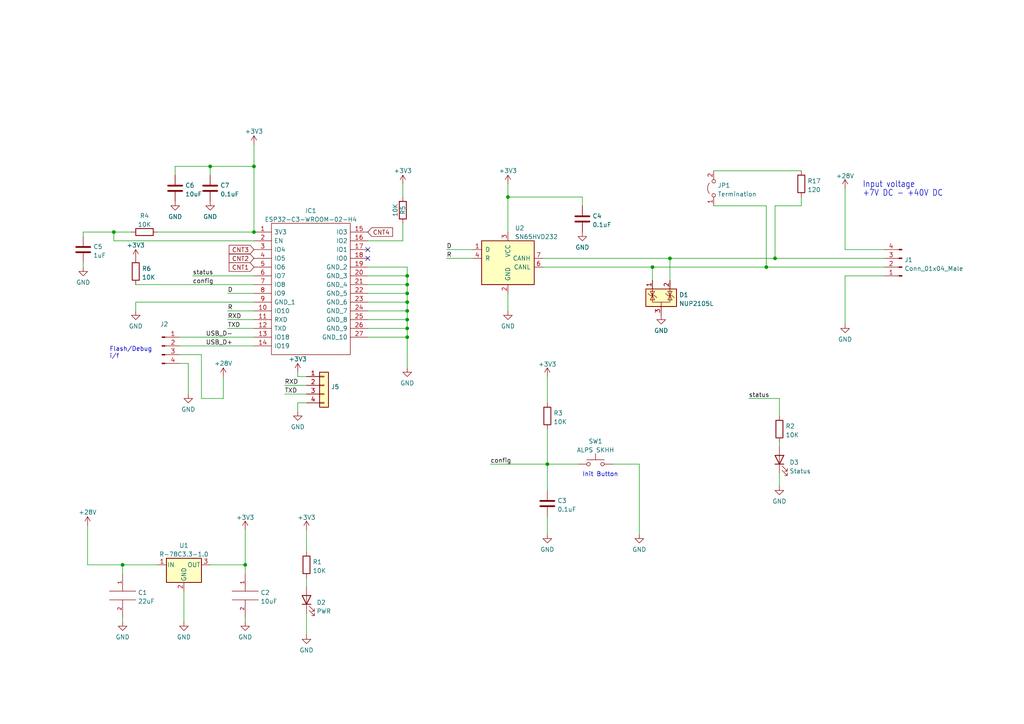
<source format=kicad_sch>
(kicad_sch (version 20211123) (generator eeschema)
  (paper "A4")
  (title_block (title "Accra version 32C3") (date "2022-06-09") (rev "B") (company "Grodans Paradis AB") (comment 1 "VSCP A/D module with CAN/EWifi and BLE communication") (comment 2 "https://www.vscp.org"))
  (lib_symbols
    (symbol "Connector:Conn_01x04_Male" (pin_names (offset 1.016) hide)
      (property "Reference" "J" (at 0 5.08 0))
      (property "Value" "Conn_01x04_Male" (at 0 -7.62 0))
      (symbol "Conn_01x04_Male_1_1"
        (polyline (pts (xy 1.27 -5.08) (xy 0.8636 -5.08)) (stroke (width 0.1524)))
        (polyline (pts (xy 1.27 -2.54) (xy 0.8636 -2.54)) (stroke (width 0.1524)))
        (polyline (pts (xy 1.27 0) (xy 0.8636 0)) (stroke (width 0.1524)))
        (polyline (pts (xy 1.27 2.54) (xy 0.8636 2.54)) (stroke (width 0.1524)))
        (rectangle (start 0.8636 -4.953) (end 0 -5.207) (stroke (width 0.1524)) (fill (type outline)))
        (rectangle (start 0.8636 -2.413) (end 0 -2.667) (stroke (width 0.1524)) (fill (type outline)))
        (rectangle (start 0.8636 0.127) (end 0 -0.127) (stroke (width 0.1524)) (fill (type outline)))
        (rectangle (start 0.8636 2.667) (end 0 2.413) (stroke (width 0.1524)) (fill (type outline)))
        (pin passive line (at 5.08 2.54 180) (length 3.81) (name "Pin_1") (number "1"))
        (pin passive line (at 5.08 0 180) (length 3.81) (name "Pin_2") (number "2"))
        (pin passive line (at 5.08 -2.54 180) (length 3.81) (name "Pin_3") (number "3"))
        (pin passive line (at 5.08 -5.08 180) (length 3.81) (name "Pin_4") (number "4"))
      )
    )
    (symbol "Connector_Generic:Conn_01x04" (pin_names (offset 1.016) hide)
      (property "Reference" "J" (at 0 5.08 0))
      (property "Value" "Conn_01x04" (at 0 -7.62 0))
      (symbol "Conn_01x04_1_1"
        (rectangle (start -1.27 -4.953) (end 0 -5.207) (stroke (width 0.1524)))
        (rectangle (start -1.27 -2.413) (end 0 -2.667) (stroke (width 0.1524)))
        (rectangle (start -1.27 0.127) (end 0 -0.127) (stroke (width 0.1524)))
        (rectangle (start -1.27 2.667) (end 0 2.413) (stroke (width 0.1524)))
        (rectangle (start -1.27 3.81) (end 1.27 -6.35) (stroke (width 0.254)) (fill (type background)))
        (pin passive line (at -5.08 2.54 0) (length 3.81) (name "Pin_1") (number "1"))
        (pin passive line (at -5.08 0 0) (length 3.81) (name "Pin_2") (number "2"))
        (pin passive line (at -5.08 -2.54 0) (length 3.81) (name "Pin_3") (number "3"))
        (pin passive line (at -5.08 -5.08 0) (length 3.81) (name "Pin_4") (number "4"))
      )
    )
    (symbol "Device:C" (pin_numbers hide) (pin_names (offset 0.254))
      (property "Reference" "C" (at 0.635 2.54 0))
      (property "Value" "C" (at 0.635 -2.54 0))
      (symbol "C_0_1"
        (polyline (pts (xy -2.032 -0.762) (xy 2.032 -0.762)) (stroke (width 0.508)))
        (polyline (pts (xy -2.032 0.762) (xy 2.032 0.762)) (stroke (width 0.508)))
      )
      (symbol "C_1_1"
        (pin passive line (at 0 3.81 270) (length 2.794) (name "~") (number "1"))
        (pin passive line (at 0 -3.81 90) (length 2.794) (name "~") (number "2"))
      )
    )
    (symbol "Device:LED" (pin_numbers hide) (pin_names (offset 1.016) hide)
      (property "Reference" "D" (at 0 2.54 0))
      (property "Value" "LED" (at 0 -2.54 0))
      (symbol "LED_0_1"
        (polyline (pts (xy -1.27 -1.27) (xy -1.27 1.27)) (stroke (width 0.254)))
        (polyline (pts (xy -1.27 0) (xy 1.27 0)))
        (polyline (pts (xy 1.27 -1.27) (xy 1.27 1.27) (xy -1.27 0) (xy 1.27 -1.27)) (stroke (width 0.254)))
        (polyline (pts (xy -3.048 -0.762) (xy -4.572 -2.286) (xy -3.81 -2.286) (xy -4.572 -2.286) (xy -4.572 -1.524)))
        (polyline (pts (xy -1.778 -0.762) (xy -3.302 -2.286) (xy -2.54 -2.286) (xy -3.302 -2.286) (xy -3.302 -1.524)))
      )
      (symbol "LED_1_1"
        (pin passive line (at -3.81 0 0) (length 2.54) (name "K") (number "1"))
        (pin passive line (at 3.81 0 180) (length 2.54) (name "A") (number "2"))
      )
    )
    (symbol "Device:R" (pin_numbers hide) (pin_names (offset 0))
      (property "Reference" "R" (at 2.032 0 90))
      (property "Value" "R" (at 0 0 90))
      (symbol "R_0_1"
        (rectangle (start -1.016 -2.54) (end 1.016 2.54) (stroke (width 0.254)))
      )
      (symbol "R_1_1"
        (pin passive line (at 0 3.81 270) (length 1.27) (name "~") (number "1"))
        (pin passive line (at 0 -3.81 90) (length 1.27) (name "~") (number "2"))
      )
    )
    (symbol "ESP32-C3-WROOM-02-H4:ESP32-C3-WROOM-02-H4" (pin_names (offset 0.762))
      (property "Reference" "IC" (at 29.21 7.62 0))
      (property "Value" "ESP32-C3-WROOM-02-H4" (at 29.21 5.08 0))
      (symbol "ESP32-C3-WROOM-02-H4_0_0"
        (pin passive line (at 0 0 0) (length 5.08) (name "3V3") (number "1"))
        (pin passive line (at 0 -22.86 0) (length 5.08) (name "IO10") (number "10"))
        (pin passive line (at 0 -25.4 0) (length 5.08) (name "RXD") (number "11"))
        (pin passive line (at 0 -27.94 0) (length 5.08) (name "TXD") (number "12"))
        (pin passive line (at 0 -30.48 0) (length 5.08) (name "IO18") (number "13"))
        (pin passive line (at 0 -33.02 0) (length 5.08) (name "IO19") (number "14"))
        (pin passive line (at 33.02 0 180) (length 5.08) (name "IO3") (number "15"))
        (pin passive line (at 33.02 -2.54 180) (length 5.08) (name "IO2") (number "16"))
        (pin passive line (at 33.02 -5.08 180) (length 5.08) (name "IO1") (number "17"))
        (pin passive line (at 33.02 -7.62 180) (length 5.08) (name "IO0") (number "18"))
        (pin passive line (at 33.02 -10.16 180) (length 5.08) (name "GND_2") (number "19"))
        (pin passive line (at 0 -2.54 0) (length 5.08) (name "EN") (number "2"))
        (pin passive line (at 33.02 -12.7 180) (length 5.08) (name "GND_3") (number "20"))
        (pin passive line (at 33.02 -15.24 180) (length 5.08) (name "GND_4") (number "21"))
        (pin passive line (at 33.02 -17.78 180) (length 5.08) (name "GND_5") (number "22"))
        (pin passive line (at 33.02 -20.32 180) (length 5.08) (name "GND_6") (number "23"))
        (pin passive line (at 33.02 -22.86 180) (length 5.08) (name "GND_7") (number "24"))
        (pin passive line (at 33.02 -25.4 180) (length 5.08) (name "GND_8") (number "25"))
        (pin passive line (at 33.02 -27.94 180) (length 5.08) (name "GND_9") (number "26"))
        (pin passive line (at 33.02 -30.48 180) (length 5.08) (name "GND_10") (number "27"))
        (pin passive line (at 0 -5.08 0) (length 5.08) (name "IO4") (number "3"))
        (pin passive line (at 0 -7.62 0) (length 5.08) (name "IO5") (number "4"))
        (pin passive line (at 0 -10.16 0) (length 5.08) (name "IO6") (number "5"))
        (pin passive line (at 0 -12.7 0) (length 5.08) (name "IO7") (number "6"))
        (pin passive line (at 0 -15.24 0) (length 5.08) (name "IO8") (number "7"))
        (pin passive line (at 0 -17.78 0) (length 5.08) (name "IO9") (number "8"))
        (pin passive line (at 0 -20.32 0) (length 5.08) (name "GND_1") (number "9"))
      )
      (symbol "ESP32-C3-WROOM-02-H4_0_1"
        (polyline (pts (xy 5.08 2.54) (xy 27.94 2.54) (xy 27.94 -35.56) (xy 5.08 -35.56) (xy 5.08 2.54)) (stroke (width 0.1524)))
      )
    )
    (symbol "Interface_CAN_LIN:SN65HVD232" (pin_names (offset 1.016))
      (property "Reference" "U" (at -2.54 10.16 0))
      (property "Value" "SN65HVD232" (at -2.54 7.62 0))
      (symbol "SN65HVD232_0_1"
        (rectangle (start -7.62 5.08) (end 7.62 -7.62) (stroke (width 0.254)) (fill (type background)))
      )
      (symbol "SN65HVD232_1_1"
        (pin input line (at -10.16 2.54 0) (length 2.54) (name "D") (number "1"))
        (pin power_in line (at 0 -10.16 90) (length 2.54) (name "GND") (number "2"))
        (pin power_in line (at 0 7.62 270) (length 2.54) (name "VCC") (number "3"))
        (pin output line (at -10.16 0 0) (length 2.54) (name "R") (number "4"))
        (pin no_connect line (at -10.16 -2.54 0) (length 2.54) hide (name "NC") (number "5"))
        (pin bidirectional line (at 10.16 -2.54 180) (length 2.54) (name "CANL") (number "6"))
        (pin bidirectional line (at 10.16 0 180) (length 2.54) (name "CANH") (number "7"))
        (pin no_connect line (at -10.16 -5.08 0) (length 2.54) hide (name "NC") (number "8"))
      )
    )
    (symbol "Jumper:Jumper_2_Open" (pin_names (offset 0) hide)
      (property "Reference" "JP" (at 0 2.794 0))
      (property "Value" "Jumper_2_Open" (at 0 -2.286 0))
      (symbol "Jumper_2_Open_0_0"
        (circle (center -2.032 0) (radius 0.508))
        (circle (center 2.032 0) (radius 0.508))
      )
      (symbol "Jumper_2_Open_0_1"
        (arc (start 1.524 1.27) (mid 0 1.778) (end -1.524 1.27))
      )
      (symbol "Jumper_2_Open_1_1"
        (pin passive line (at -5.08 0 0) (length 2.54) (name "A") (number "1"))
        (pin passive line (at 5.08 0 180) (length 2.54) (name "B") (number "2"))
      )
    )
    (symbol "Power_Protection:NUP2105L" (pin_names hide)
      (property "Reference" "D" (at 5.715 2.54 0))
      (property "Value" "NUP2105L" (at 5.715 0.635 0))
      (symbol "NUP2105L_0_0"
        (pin passive line (at 0 -5.08 90) (length 2.54) (name "A") (number "3"))
      )
      (symbol "NUP2105L_0_1"
        (rectangle (start -4.445 2.54) (end 4.445 -2.54) (stroke (width 0.254)) (fill (type background)))
        (polyline (pts (xy -2.54 2.54) (xy -2.54 0.635)))
        (polyline (pts (xy 0 -1.27) (xy 0 -2.54)))
        (polyline (pts (xy 2.54 2.54) (xy 2.54 0.635)))
        (polyline (pts (xy -3.81 1.27) (xy -3.175 0.635) (xy -1.905 0.635) (xy -1.27 0)))
        (polyline (pts (xy -2.54 0.635) (xy -2.54 -1.27) (xy 2.54 -1.27) (xy 2.54 0.635)))
        (polyline (pts (xy -2.54 0.635) (xy -1.905 -0.635) (xy -3.175 -0.635) (xy -2.54 0.635)))
        (polyline (pts (xy 2.54 0.635) (xy 1.905 -0.635) (xy 3.175 -0.635) (xy 2.54 0.635)))
        (polyline (pts (xy 2.54 0.635) (xy 3.175 1.905) (xy 1.905 1.905) (xy 2.54 0.635)))
        (polyline (pts (xy -2.54 0.635) (xy -3.175 1.905) (xy -1.905 1.905) (xy -2.54 0.635) (xy -2.54 1.27)))
        (polyline (pts (xy 1.27 1.27) (xy 1.905 0.635) (xy 2.54 0.635) (xy 3.175 0.635) (xy 3.81 0)))
      )
      (symbol "NUP2105L_1_1"
        (pin passive line (at -2.54 5.08 270) (length 2.54) (name "K") (number "1"))
        (pin passive line (at 2.54 5.08 270) (length 2.54) (name "K") (number "2"))
      )
    )
    (symbol "Regulator_Switching:R-78C3.3-1.0" (pin_names (offset 0.254))
      (property "Reference" "U" (at -3.81 3.175 0))
      (property "Value" "R-78C3.3-1.0" (at 0 3.175 0))
      (symbol "R-78C3.3-1.0_0_1"
        (rectangle (start -5.08 1.905) (end 5.08 -5.08) (stroke (width 0.254)) (fill (type background)))
      )
      (symbol "R-78C3.3-1.0_1_1"
        (pin power_in line (at -7.62 0 0) (length 2.54) (name "IN") (number "1"))
        (pin power_in line (at 0 -7.62 90) (length 2.54) (name "GND") (number "2"))
        (pin power_out line (at 7.62 0 180) (length 2.54) (name "OUT") (number "3"))
      )
    )
    (symbol "Switch:SW_Push" (pin_numbers hide) (pin_names (offset 1.016) hide)
      (property "Reference" "SW" (at 1.27 2.54 0))
      (property "Value" "SW_Push" (at 0 -1.524 0))
      (symbol "SW_Push_0_1"
        (circle (center -2.032 0) (radius 0.508))
        (polyline (pts (xy 0 1.27) (xy 0 3.048)))
        (polyline (pts (xy 2.54 1.27) (xy -2.54 1.27)))
        (circle (center 2.032 0) (radius 0.508))
        (pin passive line (at -5.08 0 0) (length 2.54) (name "1") (number "1"))
        (pin passive line (at 5.08 0 180) (length 2.54) (name "2") (number "2"))
      )
    )
    (symbol "power:+28V" (power) (pin_names (offset 0))
      (property "Value" "+28V" (at 0 3.81 0))
      (symbol "+28V_0_1"
        (polyline (pts (xy -0.762 1.27) (xy 0 2.54)))
        (polyline (pts (xy 0 0) (xy 0 2.54)))
        (polyline (pts (xy 0 2.54) (xy 0.762 1.27)))
      )
      (symbol "+28V_1_1"
        (pin power_in line (at 0 0 90) (length 0) hide (name "+28V") (number "1"))
      )
    )
    (symbol "power:+3.3V" (power) (pin_names (offset 0))
      (property "Value" "+3.3V" (at 0 3.556 0))
      (symbol "+3.3V_0_1"
        (polyline (pts (xy -0.762 1.27) (xy 0 2.54)))
        (polyline (pts (xy 0 0) (xy 0 2.54)))
        (polyline (pts (xy 0 2.54) (xy 0.762 1.27)))
      )
      (symbol "+3.3V_1_1"
        (pin power_in line (at 0 0 90) (length 0) hide (name "+3V3") (number "1"))
      )
    )
    (symbol "power:GND" (power) (pin_names (offset 0))
      (property "Value" "GND" (at 0 -3.81 0))
      (symbol "GND_0_1"
        (polyline (pts (xy 0 0) (xy 0 -1.27) (xy 1.27 -1.27) (xy 0 -2.54) (xy -1.27 -1.27) (xy 0 -1.27)))
      )
      (symbol "GND_1_1"
        (pin power_in line (at 0 0 270) (length 0) hide (name "GND") (number "1"))
      )
    )
    (symbol "pspice:CAP" (pin_names (offset 0.254))
      (property "Reference" "C" (at 2.54 3.81 90))
      (property "Value" "CAP" (at 2.54 -3.81 90))
      (symbol "CAP_0_1"
        (polyline (pts (xy -3.81 -1.27) (xy 3.81 -1.27)))
        (polyline (pts (xy -3.81 1.27) (xy 3.81 1.27)))
      )
      (symbol "CAP_1_1"
        (pin passive line (at 0 6.35 270) (length 5.08) (name "~") (number "1"))
        (pin passive line (at 0 -6.35 90) (length 5.08) (name "~") (number "2"))
      )
    )
  )
  (junction (at 118.11 85.09))
  (junction (at 118.11 87.63))
  (junction (at 118.11 90.17))
  (junction (at 147.32 57.15))
  (junction (at 35.56 163.83))
  (junction (at 118.11 82.55))
  (junction (at 222.25 77.47))
  (junction (at 224.79 74.93))
  (junction (at 118.11 92.71))
  (junction (at 33.02 67.31))
  (junction (at 118.11 80.01))
  (junction (at 118.11 95.25))
  (junction (at 73.66 48.26))
  (junction (at 158.75 134.62))
  (junction (at 194.31 74.93))
  (junction (at 118.11 97.79))
  (junction (at 71.12 163.83))
  (junction (at 73.66 67.31))
  (junction (at 189.23 77.47))
  (junction (at 60.96 48.26))
  (no_connect (at 106.68 74.93))
  (no_connect (at 106.68 72.39))
  (wire (pts (xy 38.1 67.31) (xy 33.02 67.31)))
  (wire (pts (xy 207.01 49.53) (xy 232.41 49.53)))
  (wire (pts (xy 35.56 179.07) (xy 35.56 180.34)))
  (wire (pts (xy 50.8 50.8) (xy 50.8 48.26)))
  (wire (pts (xy 106.68 69.85) (xy 116.84 69.85)))
  (wire (pts (xy 147.32 57.15) (xy 147.32 67.31)))
  (wire (pts (xy 224.79 74.93) (xy 256.54 74.93)))
  (wire (pts (xy 82.55 114.3) (xy 88.9 114.3)))
  (wire (pts (xy 168.91 59.69) (xy 168.91 57.15)))
  (wire (pts (xy 116.84 69.85) (xy 116.84 64.77)))
  (wire (pts (xy 52.07 97.79) (xy 73.66 97.79)))
  (wire (pts (xy 39.37 87.63) (xy 39.37 90.17)))
  (wire (pts (xy 147.32 85.09) (xy 147.32 90.17)))
  (wire (pts (xy 73.66 87.63) (xy 39.37 87.63)))
  (wire (pts (xy 33.02 67.31) (xy 24.13 67.31)))
  (wire (pts (xy 106.68 92.71) (xy 118.11 92.71)))
  (wire (pts (xy 71.12 153.67) (xy 71.12 163.83)))
  (wire (pts (xy 189.23 77.47) (xy 189.23 81.28)))
  (wire (pts (xy 226.06 128.27) (xy 226.06 129.54)))
  (wire (pts (xy 39.37 82.55) (xy 73.66 82.55)))
  (wire (pts (xy 222.25 59.69) (xy 222.25 77.47)))
  (wire (pts (xy 106.68 82.55) (xy 118.11 82.55)))
  (wire (pts (xy 24.13 67.31) (xy 24.13 68.58)))
  (wire (pts (xy 232.41 57.15) (xy 232.41 59.69)))
  (wire (pts (xy 158.75 149.86) (xy 158.75 154.94)))
  (wire (pts (xy 52.07 102.87) (xy 58.42 102.87)))
  (wire (pts (xy 118.11 87.63) (xy 118.11 90.17)))
  (wire (pts (xy 256.54 80.01) (xy 245.11 80.01)))
  (wire (pts (xy 25.4 152.4) (xy 25.4 163.83)))
  (wire (pts (xy 60.96 48.26) (xy 73.66 48.26)))
  (wire (pts (xy 106.68 90.17) (xy 118.11 90.17)))
  (wire (pts (xy 194.31 74.93) (xy 224.79 74.93)))
  (wire (pts (xy 66.04 92.71) (xy 73.66 92.71)))
  (wire (pts (xy 207.01 59.69) (xy 222.25 59.69)))
  (wire (pts (xy 147.32 57.15) (xy 168.91 57.15)))
  (wire (pts (xy 54.61 105.41) (xy 54.61 114.3)))
  (wire (pts (xy 158.75 124.46) (xy 158.75 134.62)))
  (wire (pts (xy 118.11 80.01) (xy 118.11 82.55)))
  (wire (pts (xy 52.07 100.33) (xy 73.66 100.33)))
  (wire (pts (xy 118.11 95.25) (xy 118.11 97.79)))
  (wire (pts (xy 50.8 48.26) (xy 60.96 48.26)))
  (wire (pts (xy 45.72 67.31) (xy 73.66 67.31)))
  (wire (pts (xy 106.68 80.01) (xy 118.11 80.01)))
  (wire (pts (xy 256.54 72.39) (xy 245.11 72.39)))
  (wire (pts (xy 189.23 77.47) (xy 222.25 77.47)))
  (wire (pts (xy 71.12 163.83) (xy 71.12 166.37)))
  (wire (pts (xy 245.11 54.61) (xy 245.11 72.39)))
  (wire (pts (xy 66.04 95.25) (xy 73.66 95.25)))
  (wire (pts (xy 158.75 134.62) (xy 167.64 134.62)))
  (wire (pts (xy 116.84 53.34) (xy 116.84 57.15)))
  (wire (pts (xy 222.25 77.47) (xy 256.54 77.47)))
  (wire (pts (xy 106.68 95.25) (xy 118.11 95.25)))
  (wire (pts (xy 35.56 163.83) (xy 45.72 163.83)))
  (wire (pts (xy 71.12 179.07) (xy 71.12 180.34)))
  (wire (pts (xy 58.42 102.87) (xy 58.42 115.57)))
  (wire (pts (xy 185.42 134.62) (xy 185.42 154.94)))
  (wire (pts (xy 73.66 67.31) (xy 73.66 48.26)))
  (wire (pts (xy 177.8 134.62) (xy 185.42 134.62)))
  (wire (pts (xy 118.11 90.17) (xy 118.11 92.71)))
  (wire (pts (xy 73.66 69.85) (xy 33.02 69.85)))
  (wire (pts (xy 106.68 87.63) (xy 118.11 87.63)))
  (wire (pts (xy 226.06 137.16) (xy 226.06 140.97)))
  (wire (pts (xy 55.88 80.01) (xy 73.66 80.01)))
  (wire (pts (xy 52.07 105.41) (xy 54.61 105.41)))
  (wire (pts (xy 118.11 77.47) (xy 118.11 80.01)))
  (wire (pts (xy 118.11 82.55) (xy 118.11 85.09)))
  (wire (pts (xy 217.17 115.57) (xy 226.06 115.57)))
  (wire (pts (xy 129.54 74.93) (xy 137.16 74.93)))
  (wire (pts (xy 157.48 77.47) (xy 189.23 77.47)))
  (wire (pts (xy 86.36 109.22) (xy 86.36 107.95)))
  (wire (pts (xy 245.11 80.01) (xy 245.11 93.98)))
  (wire (pts (xy 86.36 116.84) (xy 88.9 116.84)))
  (wire (pts (xy 118.11 97.79) (xy 118.11 106.68)))
  (wire (pts (xy 33.02 69.85) (xy 33.02 67.31)))
  (wire (pts (xy 224.79 59.69) (xy 232.41 59.69)))
  (wire (pts (xy 106.68 97.79) (xy 118.11 97.79)))
  (wire (pts (xy 194.31 81.28) (xy 194.31 74.93)))
  (wire (pts (xy 224.79 59.69) (xy 224.79 74.93)))
  (wire (pts (xy 88.9 177.8) (xy 88.9 184.15)))
  (wire (pts (xy 106.68 77.47) (xy 118.11 77.47)))
  (wire (pts (xy 157.48 74.93) (xy 194.31 74.93)))
  (wire (pts (xy 88.9 167.64) (xy 88.9 170.18)))
  (wire (pts (xy 129.54 72.39) (xy 137.16 72.39)))
  (wire (pts (xy 158.75 134.62) (xy 158.75 142.24)))
  (wire (pts (xy 35.56 163.83) (xy 35.56 166.37)))
  (wire (pts (xy 25.4 163.83) (xy 35.56 163.83)))
  (wire (pts (xy 118.11 85.09) (xy 118.11 87.63)))
  (wire (pts (xy 82.55 111.76) (xy 88.9 111.76)))
  (wire (pts (xy 60.96 50.8) (xy 60.96 48.26)))
  (wire (pts (xy 88.9 153.67) (xy 88.9 160.02)))
  (wire (pts (xy 88.9 109.22) (xy 86.36 109.22)))
  (wire (pts (xy 64.77 109.22) (xy 64.77 115.57)))
  (wire (pts (xy 86.36 119.38) (xy 86.36 116.84)))
  (wire (pts (xy 53.34 171.45) (xy 53.34 180.34)))
  (wire (pts (xy 158.75 109.22) (xy 158.75 116.84)))
  (wire (pts (xy 66.04 85.09) (xy 73.66 85.09)))
  (wire (pts (xy 58.42 115.57) (xy 64.77 115.57)))
  (wire (pts (xy 118.11 92.71) (xy 118.11 95.25)))
  (wire (pts (xy 24.13 76.2) (xy 24.13 77.47)))
  (wire (pts (xy 142.24 134.62) (xy 158.75 134.62)))
  (wire (pts (xy 226.06 115.57) (xy 226.06 120.65)))
  (wire (pts (xy 147.32 53.34) (xy 147.32 57.15)))
  (wire (pts (xy 73.66 41.91) (xy 73.66 48.26)))
  (wire (pts (xy 66.04 90.17) (xy 73.66 90.17)))
  (wire (pts (xy 106.68 85.09) (xy 118.11 85.09)))
  (wire (pts (xy 60.96 163.83) (xy 71.12 163.83)))
  (text "Init Button" (at 168.91 138.43 0) (effects (font (size 1.27 1.27)) (justify left bottom)))
  (text "Flash/Debug \ni/f\n" (at 31.75 104.14 0) (effects (font (size 1.27 1.27)) (justify left bottom)))
  (text "A" (at -3.81 260.35 180) (effects (font (size 1.778 1.5113)) (justify left bottom)))
  (text "+7V DC - +40V DC" (at 250.19 57.15 180) (effects (font (size 1.778 1.5113)) (justify left bottom)))
  (text "Input voltage" (at 250.19 54.61 180) (effects (font (size 1.778 1.5113)) (justify left bottom)))
  (label "D" (at 129.54 72.39 0))
  (label "TXD" (at 82.55 114.3 0))
  (label "TXD" (at 66.04 95.25 0))
  (label "config" (at 55.88 82.55 0))
  (label "config" (at 142.24 134.62 0))
  (label "R" (at 66.04 90.17 0))
  (label "USB_D+" (at 59.69 100.33 0))
  (label "RXD" (at 82.55 111.76 0))
  (label "RXD" (at 66.04 92.71 0))
  (label "status" (at 55.88 80.01 0))
  (label "D" (at 66.04 85.09 0))
  (label "USB_D-" (at 59.69 97.79 0))
  (label "status" (at 217.17 115.57 0))
  (label "R" (at 129.54 74.93 0))
  (global_label "CNT1" (shape input) (at 73.66 77.47 180) (property "Intersheet References" "${INTERSHEET_REFS}" (at 66.4693 77.3906 0) (effects (justify right))))
  (global_label "CNT4" (shape input) (at 106.68 67.31 0) (property "Intersheet References" "${INTERSHEET_REFS}" (at 113.8707 67.2306 0) (effects (justify left))))
  (global_label "CNT2" (shape input) (at 73.66 74.93 180) (property "Intersheet References" "${INTERSHEET_REFS}" (at 66.4693 74.8506 0) (effects (justify right))))
  (global_label "CNT3" (shape input) (at 73.66 72.39 180) (property "Intersheet References" "${INTERSHEET_REFS}" (at 66.4693 72.3106 0) (effects (justify right))))
  (symbol (lib_id "Device:R") (at 226.06 124.46 0) (unit 1)
    (property "Reference" "R2" (at 227.838 123.6253 0) (effects (justify left)))
    (property "Value" "10K" (at 227.838 126.1622 0) (effects (justify left)))
    (property "Footprint" "Resistor_SMD:R_0805_2012Metric" (effects hide))
  )
  (symbol (lib_id "Device:LED") (at 226.06 133.35 90) (unit 1)
    (property "Reference" "D3" (at 228.981 134.1028 90) (effects (justify right)))
    (property "Value" "Status" (at 228.981 136.6397 90) (effects (justify right)))
    (property "Footprint" "LED_SMD:LED_0805_2012Metric" (effects hide))
  )
  (symbol (lib_id "Device:C") (at 50.8 54.61 0) (unit 1)
    (property "Reference" "C6" (at 53.721 53.7753 0) (effects (justify left)))
    (property "Value" "10uF" (at 53.721 56.3122 0) (effects (justify left)))
    (property "Footprint" "Capacitor_SMD:C_0805_2012Metric" (effects hide))
  )
  (symbol (lib_id "Device:R") (at 41.91 67.31 90) (unit 1)
    (property "Reference" "R4" (at 41.91 62.5942 90))
    (property "Value" "10K" (at 41.91 65.1311 90))
    (property "Footprint" "Resistor_SMD:R_0805_2012Metric" (effects hide))
  )
  (symbol (lib_id "power:+3.3V") (at 116.84 53.34 0) (unit 1)
    (property "Reference" "#PWR0116" (effects hide))
    (property "Value" "+3.3V" (at 116.84 49.53 0))
  )
  (symbol (lib_id "power:GND") (at 158.75 154.94 0) (unit 1)
    (property "Reference" "#PWR0119" (effects hide))
    (property "Value" "GND" (at 158.75 159.3834 0))
  )
  (symbol (lib_id "power:GND") (at 86.36 119.38 0) (unit 1)
    (property "Reference" "#PWR0134" (effects hide))
    (property "Value" "GND" (at 86.36 123.8234 0))
  )
  (symbol (lib_id "Device:R") (at 116.84 60.96 180) (unit 1)
    (property "Reference" "R5" (at 116.84 60.96 90))
    (property "Value" "10K" (at 114.6611 60.96 90))
    (property "Footprint" "Resistor_SMD:R_0805_2012Metric" (effects hide))
  )
  (symbol (lib_id "Jumper:Jumper_2_Open") (at 207.01 54.61 90) (unit 1)
    (property "Reference" "JP1" (at 208.153 53.7753 90) (effects (justify right)))
    (property "Value" "Termination" (at 208.153 56.3122 90) (effects (justify right)))
    (property "Footprint" "Connector_PinHeader_2.54mm:PinHeader_1x02_P2.54mm_Vertical" (effects hide))
  )
  (symbol (lib_id "power:GND") (at 168.91 67.31 0) (unit 1)
    (property "Reference" "#PWR0127" (effects hide))
    (property "Value" "GND" (at 168.91 71.7534 0))
  )
  (symbol (lib_id "Connector_Generic:Conn_01x04") (at 93.98 111.76 0) (unit 1)
    (property "Reference" "J5" (at 96.012 112.1953 0) (effects (justify left)))
    (property "Value" "Conn_01x04" (effects hide))
    (property "Footprint" "Connector_Molex:Molex_KK-254_AE-6410-04A_1x04_P2.54mm_Vertical" (effects hide))
  )
  (symbol (lib_id "Device:C") (at 158.75 146.05 0) (unit 1)
    (property "Reference" "C3" (at 161.671 145.2153 0) (effects (justify left)))
    (property "Value" "0.1uF" (at 161.671 147.7522 0) (effects (justify left)))
    (property "Footprint" "Capacitor_SMD:C_0805_2012Metric" (effects hide))
  )
  (symbol (lib_id "power:+3.3V") (at 158.75 109.22 0) (unit 1)
    (property "Reference" "#PWR0102" (effects hide))
    (property "Value" "+3.3V" (at 158.75 105.6442 0))
  )
  (symbol (lib_id "power:GND") (at 226.06 140.97 0) (unit 1)
    (property "Reference" "#PWR0124" (effects hide))
    (property "Value" "GND" (at 226.06 145.4134 0))
  )
  (symbol (lib_id "power:GND") (at 39.37 90.17 0) (unit 1)
    (property "Reference" "#PWR0125" (effects hide))
    (property "Value" "GND" (at 39.37 94.6134 0))
  )
  (symbol (lib_id "power:GND") (at 245.11 93.98 0) (unit 1)
    (property "Reference" "#PWR0121" (effects hide))
    (property "Value" "GND" (at 245.11 98.4234 0))
  )
  (symbol (lib_id "power:+28V") (at 64.77 109.22 0) (unit 1)
    (property "Reference" "#PWR0117" (effects hide))
    (property "Value" "+28V" (at 64.77 105.41 0))
  )
  (symbol (lib_id "pspice:CAP") (at 71.12 172.72 0) (unit 1)
    (property "Reference" "C2" (at 75.565 171.8853 0) (effects (justify left)))
    (property "Value" "10uF" (at 75.565 174.4222 0) (effects (justify left)))
    (property "Footprint" "Capacitor_SMD:C_0805_2012Metric_Pad1.18x1.45mm_HandSolder" (effects hide))
  )
  (symbol (lib_id "power:GND") (at 191.77 91.44 0) (unit 1)
    (property "Reference" "#PWR0120" (effects hide))
    (property "Value" "GND" (at 191.77 95.8834 0))
  )
  (symbol (lib_id "power:GND") (at 54.61 114.3 0) (unit 1)
    (property "Reference" "#PWR0122" (effects hide))
    (property "Value" "GND" (at 54.61 118.7434 0))
  )
  (symbol (lib_id "Power_Protection:NUP2105L") (at 191.77 86.36 0) (unit 1)
    (property "Reference" "D1" (at 196.977 85.5253 0) (effects (justify left)))
    (property "Value" "NUP2105L" (at 196.977 88.0622 0) (effects (justify left)))
    (property "Footprint" "Package_TO_SOT_SMD:SOT-23" (effects hide))
    (property "Datasheet" "http://www.onsemi.com/pub_link/Collateral/NUP2105L-D.PDF" (effects hide))
  )
  (symbol (lib_id "Interface_CAN_LIN:SN65HVD232") (at 147.32 74.93 0) (unit 1)
    (property "Reference" "U2" (at 149.3394 66.1502 0) (effects (justify left)))
    (property "Value" "SN65HVD232" (at 149.3394 68.6871 0) (effects (justify left)))
    (property "Footprint" "Package_SO:SOIC-8_3.9x4.9mm_P1.27mm" (effects hide))
    (property "Datasheet" "http://www.ti.com/lit/ds/symlink/sn65hvd230.pdf" (effects hide))
  )
  (symbol (lib_id "power:+3.3V") (at 147.32 53.34 0) (unit 1)
    (property "Reference" "#PWR0123" (effects hide))
    (property "Value" "+3.3V" (at 147.32 49.53 0))
  )
  (symbol (lib_id "Device:LED") (at 88.9 173.99 90) (unit 1)
    (property "Reference" "D2" (at 91.821 174.7428 90) (effects (justify right)))
    (property "Value" "PWR" (at 91.821 177.2797 90) (effects (justify right)))
    (property "Footprint" "LED_SMD:LED_0805_2012Metric" (effects hide))
  )
  (symbol (lib_id "Connector:Conn_01x04_Male") (at 46.99 100.33 0) (unit 1)
    (property "Reference" "J2" (at 47.625 94.014 0))
    (property "Value" "Conn_01x04_Male" (effects hide))
    (property "Footprint" "Connector_PinHeader_2.54mm:PinHeader_1x04_P2.54mm_Vertical" (effects hide))
  )
  (symbol (lib_id "power:GND") (at 24.13 77.47 0) (unit 1)
    (property "Reference" "#PWR0105" (effects hide))
    (property "Value" "GND" (at 24.13 81.9134 0))
  )
  (symbol (lib_id "Device:R") (at 232.41 53.34 0) (unit 1)
    (property "Reference" "R17" (at 234.188 52.5053 0) (effects (justify left)))
    (property "Value" "120" (at 234.188 55.0422 0) (effects (justify left)))
    (property "Footprint" "Resistor_SMD:R_0805_2012Metric" (effects hide))
  )
  (symbol (lib_id "power:+28V") (at 245.11 54.61 0) (unit 1)
    (property "Reference" "#PWR0113" (effects hide))
    (property "Value" "+28V" (at 245.11 51.0342 0))
  )
  (symbol (lib_id "power:+28V") (at 25.4 152.4 0) (unit 1)
    (property "Reference" "#PWR0112" (effects hide))
    (property "Value" "+28V" (at 25.4 148.59 0))
  )
  (symbol (lib_id "power:GND") (at 88.9 184.15 0) (unit 1)
    (property "Reference" "#PWR0111" (effects hide))
    (property "Value" "GND" (at 88.9 188.5934 0))
  )
  (symbol (lib_id "power:+3.3V") (at 86.36 107.95 0) (unit 1)
    (property "Reference" "#PWR0135" (effects hide))
    (property "Value" "+3.3V" (at 86.36 104.14 0))
  )
  (symbol (lib_id "power:GND") (at 185.42 154.94 0) (unit 1)
    (property "Reference" "#PWR0118" (effects hide))
    (property "Value" "GND" (at 185.42 159.3834 0))
  )
  (symbol (lib_id "Switch:SW_Push") (at 172.72 134.62 0) (unit 1)
    (property "Reference" "SW1" (at 172.72 127.9992 0))
    (property "Value" "ALPS SKHH" (at 172.72 130.5361 0))
    (property "Footprint" "Button_Switch_THT:SW_Tactile_SPST_Angled_PTS645Vx31-2LFS" (effects hide))
  )
  (symbol (lib_id "power:GND") (at 147.32 90.17 0) (unit 1)
    (property "Reference" "#PWR0101" (effects hide))
    (property "Value" "GND" (at 147.32 94.6134 0))
  )
  (symbol (lib_id "Device:R") (at 39.37 78.74 180) (unit 1)
    (property "Reference" "R6" (at 41.148 77.9053 0) (effects (justify right)))
    (property "Value" "10K" (at 41.148 80.4422 0) (effects (justify right)))
    (property "Footprint" "Resistor_SMD:R_0805_2012Metric" (effects hide))
  )
  (symbol (lib_id "ESP32-C3-WROOM-02-H4:ESP32-C3-WROOM-02-H4") (at 73.66 67.31 0) (unit 1)
    (property "Reference" "IC1" (at 90.17 61.121 0))
    (property "Value" "ESP32-C3-WROOM-02-H4" (at 90.17 63.6579 0))
    (property "Footprint" "ESP32_C3:ESP32C3WROOM02H4" (effects hide))
    (property "Datasheet" "https://www.mouser.in/datasheet/2/891/Espressif_Systems_04082021_ESP32_C3_WROOM_02-2295851.pdf" (effects hide))
    (property "Description" "WiFi Modules (802.11) SMD module, ESP32-C3, 4MB SPI flash, PCB antenna, -40 C +105 C" (effects hide))
    (property "Height" "3.35" (effects hide))
    (property "Manufacturer_Name" "Espressif Systems" (effects hide))
    (property "Manufacturer_Part_Number" "ESP32-C3-WROOM-02-H4" (effects hide))
    (property "Mouser Part Number" "356-ESP32C3WROOM02H4" (effects hide))
    (property "Mouser Price/Stock" "https://www.mouser.co.uk/ProductDetail/Espressif-Systems/ESP32-C3-WROOM-02-H4?qs=stqOd1AaK79%2FSA14oWtR%252Bw%3D%3D" (effects hide))
  )
  (symbol (lib_id "power:+3.3V") (at 71.12 153.67 0) (unit 1)
    (property "Reference" "#PWR0109" (effects hide))
    (property "Value" "+3.3V" (at 71.12 150.0942 0))
  )
  (symbol (lib_id "Device:C") (at 24.13 72.39 0) (unit 1)
    (property "Reference" "C5" (at 27.051 71.5553 0) (effects (justify left)))
    (property "Value" "1uF" (at 27.051 74.0922 0) (effects (justify left)))
    (property "Footprint" "Capacitor_SMD:C_0805_2012Metric" (effects hide))
  )
  (symbol (lib_id "power:GND") (at 53.34 180.34 0) (unit 1)
    (property "Reference" "#PWR0107" (effects hide))
    (property "Value" "GND" (at 53.34 184.7834 0))
  )
  (symbol (lib_id "Device:R") (at 158.75 120.65 0) (unit 1)
    (property "Reference" "R3" (at 160.528 119.8153 0) (effects (justify left)))
    (property "Value" "10K" (at 160.528 122.3522 0) (effects (justify left)))
    (property "Footprint" "Resistor_SMD:R_0805_2012Metric" (effects hide))
  )
  (symbol (lib_id "power:GND") (at 71.12 180.34 0) (unit 1)
    (property "Reference" "#PWR0106" (effects hide))
    (property "Value" "GND" (at 71.12 184.7834 0))
  )
  (symbol (lib_id "power:+3.3V") (at 39.37 74.93 0) (unit 1)
    (property "Reference" "#PWR0126" (effects hide))
    (property "Value" "+3.3V" (at 39.37 71.12 0))
  )
  (symbol (lib_id "power:+3.3V") (at 88.9 153.67 0) (unit 1)
    (property "Reference" "#PWR0110" (effects hide))
    (property "Value" "+3.3V" (at 88.9 150.0942 0))
  )
  (symbol (lib_id "power:+3.3V") (at 73.66 41.91 0) (unit 1)
    (property "Reference" "#PWR0104" (effects hide))
    (property "Value" "+3.3V" (at 73.66 38.1 0))
  )
  (symbol (lib_id "Device:R") (at 88.9 163.83 0) (unit 1)
    (property "Reference" "R1" (at 90.678 162.9953 0) (effects (justify left)))
    (property "Value" "10K" (at 90.678 165.5322 0) (effects (justify left)))
    (property "Footprint" "Resistor_SMD:R_0805_2012Metric" (effects hide))
  )
  (symbol (lib_id "Device:C") (at 60.96 54.61 0) (unit 1)
    (property "Reference" "C7" (at 63.881 53.7753 0) (effects (justify left)))
    (property "Value" "0.1uF" (at 63.881 56.3122 0) (effects (justify left)))
    (property "Footprint" "Capacitor_SMD:C_0805_2012Metric" (effects hide))
  )
  (symbol (lib_id "Connector:Conn_01x04_Male") (at 261.62 77.47 180) (unit 1)
    (property "Reference" "J1" (at 262.3312 75.3653 0) (effects (justify right)))
    (property "Value" "Conn_01x04_Male" (at 262.3312 77.9022 0) (effects (justify right)))
    (property "Footprint" "Connector_Phoenix_MC:PhoenixContact_MCV_1,5_4-G-3.81_1x04_P3.81mm_Vertical" (effects hide))
  )
  (symbol (lib_id "Regulator_Switching:R-78C3.3-1.0") (at 53.34 163.83 0) (unit 1)
    (property "Reference" "U1" (at 53.34 158.2252 0))
    (property "Value" "R-78C3.3-1.0" (at 53.34 160.7621 0))
    (property "Footprint" "Converter_DCDC:Converter_DCDC_RECOM_R-78E-0.5_THT" (effects hide))
    (property "Datasheet" "https://www.recom-power.com/pdf/Innoline/R-78Cxx-1.0.pdf" (effects hide))
  )
  (symbol (lib_id "pspice:CAP") (at 35.56 172.72 0) (unit 1)
    (property "Reference" "C1" (at 40.005 171.8853 0) (effects (justify left)))
    (property "Value" "22uF" (at 40.005 174.4222 0) (effects (justify left)))
    (property "Footprint" "Capacitor_SMD:C_0805_2012Metric_Pad1.18x1.45mm_HandSolder" (effects hide))
  )
  (symbol (lib_id "power:GND") (at 35.56 180.34 0) (unit 1)
    (property "Reference" "#PWR0108" (effects hide))
    (property "Value" "GND" (at 35.56 184.7834 0))
  )
  (symbol (lib_id "Device:C") (at 168.91 63.5 0) (unit 1)
    (property "Reference" "C4" (at 171.831 62.6653 0) (effects (justify left)))
    (property "Value" "0.1uF" (at 171.831 65.2022 0) (effects (justify left)))
    (property "Footprint" "Capacitor_SMD:C_0805_2012Metric" (effects hide))
  )
  (symbol (lib_id "power:GND") (at 50.8 58.42 0) (unit 1)
    (property "Reference" "#PWR0115" (effects hide))
    (property "Value" "GND" (at 50.8 62.8634 0))
  )
  (symbol (lib_id "power:GND") (at 118.11 106.68 0) (unit 1)
    (property "Reference" "#PWR0103" (effects hide))
    (property "Value" "GND" (at 118.11 111.1234 0))
  )
  (symbol (lib_id "power:GND") (at 60.96 58.42 0) (unit 1)
    (property "Reference" "#PWR0114" (effects hide))
    (property "Value" "GND" (at 60.96 62.8634 0))
  )
  (sheet (at 311.15 1.27) (size 34.29 17.78) (stroke (width 0.1524))
    (property "Sheet name" "counter" (at 311.15 0.5584 0) (effects (justify left bottom)))
    (property "Sheet file" "counter.kicad_sch" (at 311.15 19.6346 0) (effects (justify left top)))
  )
)
</source>
